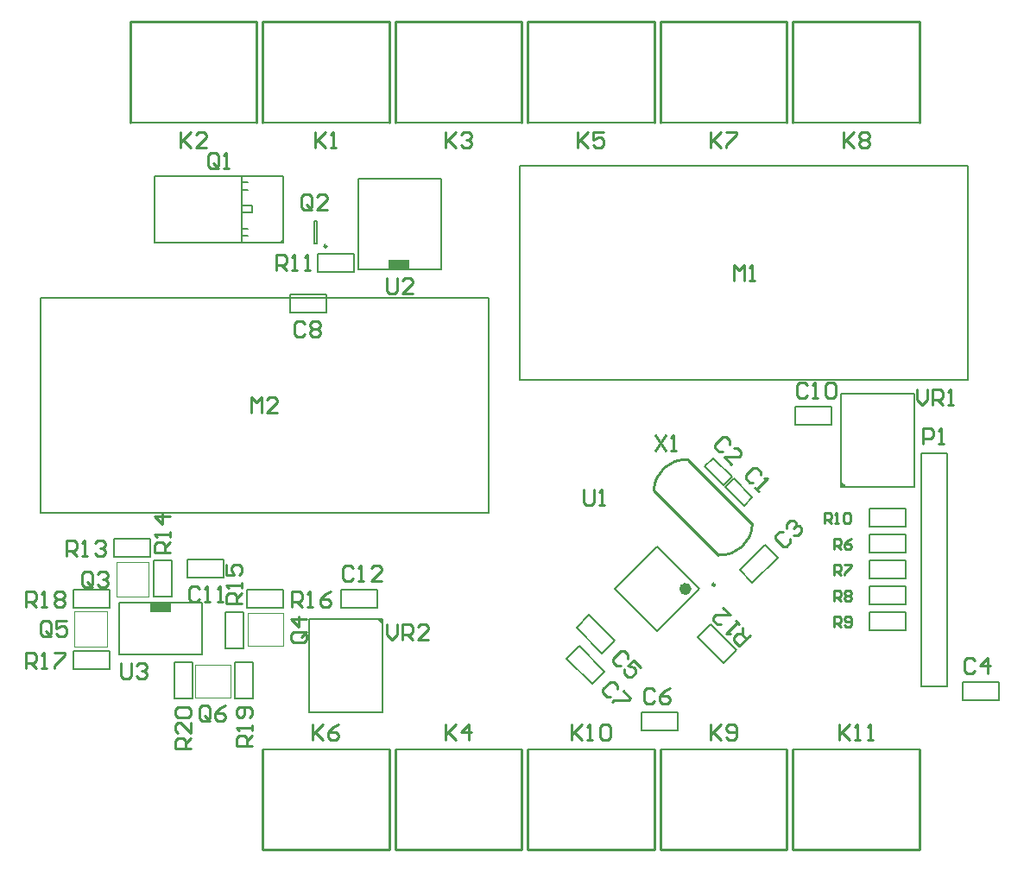
<source format=gto>
%FSLAX24Y24*%
%MOIN*%
G70*
G01*
G75*
G04 Layer_Color=65535*
%ADD10R,0.0400X0.0500*%
%ADD11R,0.0360X0.0500*%
%ADD12R,0.0360X0.0360*%
%ADD13R,0.0500X0.0400*%
%ADD14R,0.0800X0.0240*%
%ADD15O,0.0800X0.0240*%
%ADD16R,0.0500X0.0360*%
%ADD17R,0.0360X0.0360*%
%ADD18R,0.0590X0.0790*%
%ADD19R,0.1500X0.0790*%
G04:AMPARAMS|DCode=20|XSize=40mil|YSize=50mil|CornerRadius=0mil|HoleSize=0mil|Usage=FLASHONLY|Rotation=135.000|XOffset=0mil|YOffset=0mil|HoleType=Round|Shape=Rectangle|*
%AMROTATEDRECTD20*
4,1,4,0.0318,0.0035,-0.0035,-0.0318,-0.0318,-0.0035,0.0035,0.0318,0.0318,0.0035,0.0*
%
%ADD20ROTATEDRECTD20*%

%ADD21P,0.0424X4X360.0*%
G04:AMPARAMS|DCode=22|XSize=40mil|YSize=50mil|CornerRadius=0mil|HoleSize=0mil|Usage=FLASHONLY|Rotation=225.000|XOffset=0mil|YOffset=0mil|HoleType=Round|Shape=Rectangle|*
%AMROTATEDRECTD22*
4,1,4,-0.0035,0.0318,0.0318,-0.0035,0.0035,-0.0318,-0.0318,0.0035,-0.0035,0.0318,0.0*
%
%ADD22ROTATEDRECTD22*%

%ADD23O,0.1181X0.0472*%
%ADD24R,0.2559X0.2323*%
G04:AMPARAMS|DCode=25|XSize=21.7mil|YSize=65mil|CornerRadius=0mil|HoleSize=0mil|Usage=FLASHONLY|Rotation=315.000|XOffset=0mil|YOffset=0mil|HoleType=Round|Shape=Round|*
%AMOVALD25*
21,1,0.0433,0.0217,0.0000,0.0000,45.0*
1,1,0.0217,-0.0153,-0.0153*
1,1,0.0217,0.0153,0.0153*
%
%ADD25OVALD25*%

G04:AMPARAMS|DCode=26|XSize=21.7mil|YSize=65mil|CornerRadius=0mil|HoleSize=0mil|Usage=FLASHONLY|Rotation=225.000|XOffset=0mil|YOffset=0mil|HoleType=Round|Shape=Round|*
%AMOVALD26*
21,1,0.0433,0.0217,0.0000,0.0000,315.0*
1,1,0.0217,-0.0153,0.0153*
1,1,0.0217,0.0153,-0.0153*
%
%ADD26OVALD26*%

%ADD27R,0.0335X0.0157*%
%ADD28C,0.0200*%
%ADD29C,0.0400*%
%ADD30C,0.0300*%
%ADD31C,0.0600*%
%ADD32C,0.0800*%
%ADD33C,0.0150*%
%ADD34C,0.0500*%
%ADD35C,0.1500*%
%ADD36C,0.2000*%
%ADD37C,0.0100*%
%ADD38R,0.2362X0.5118*%
%ADD39R,0.4331X0.6299*%
G04:AMPARAMS|DCode=40|XSize=70mil|YSize=70mil|CornerRadius=17.5mil|HoleSize=0mil|Usage=FLASHONLY|Rotation=0.000|XOffset=0mil|YOffset=0mil|HoleType=Round|Shape=RoundedRectangle|*
%AMROUNDEDRECTD40*
21,1,0.0700,0.0350,0,0,0.0*
21,1,0.0350,0.0700,0,0,0.0*
1,1,0.0350,0.0175,-0.0175*
1,1,0.0350,-0.0175,-0.0175*
1,1,0.0350,-0.0175,0.0175*
1,1,0.0350,0.0175,0.0175*
%
%ADD40ROUNDEDRECTD40*%
%ADD41R,0.0700X0.0700*%
%ADD42C,0.1575*%
G04:AMPARAMS|DCode=43|XSize=98.4mil|YSize=98.4mil|CornerRadius=24.6mil|HoleSize=0mil|Usage=FLASHONLY|Rotation=270.000|XOffset=0mil|YOffset=0mil|HoleType=Round|Shape=RoundedRectangle|*
%AMROUNDEDRECTD43*
21,1,0.0984,0.0492,0,0,270.0*
21,1,0.0492,0.0984,0,0,270.0*
1,1,0.0492,-0.0246,-0.0246*
1,1,0.0492,-0.0246,0.0246*
1,1,0.0492,0.0246,0.0246*
1,1,0.0492,0.0246,-0.0246*
%
%ADD43ROUNDEDRECTD43*%
%ADD44C,0.0591*%
%ADD45R,0.0591X0.0591*%
%ADD46C,0.0600*%
%ADD47C,0.0500*%
%ADD48R,0.6693X0.5118*%
%ADD49C,0.0098*%
%ADD50C,0.0236*%
%ADD51C,0.0050*%
%ADD52C,0.0040*%
%ADD53C,0.0079*%
%ADD54R,0.0840X0.0380*%
D37*
X27362Y9582D02*
G03*
X28671Y10771I97J1209D01*
G01*
X26182Y13253D02*
G03*
X24872Y12064I-97J-1209D01*
G01*
X30236Y-1811D02*
X35118D01*
Y2087D01*
X30236Y-1811D02*
Y2087D01*
X20000Y-1811D02*
X24882D01*
Y2087D01*
X20000Y-1811D02*
Y2087D01*
X25118Y-1811D02*
X30000D01*
Y2087D01*
X25118Y-1811D02*
Y2087D01*
X9764Y-1811D02*
X14646D01*
Y2087D01*
X9764Y-1811D02*
Y2087D01*
X14882Y-1811D02*
X19764D01*
Y2087D01*
X14882Y-1811D02*
Y2087D01*
X25118Y30157D02*
X30000D01*
X25118Y26260D02*
Y30157D01*
X30000Y26260D02*
Y30157D01*
X20000D02*
X24882D01*
X20000Y26260D02*
Y30157D01*
X24882Y26260D02*
Y30157D01*
X14882D02*
X19764D01*
X14882Y26260D02*
Y30157D01*
X19764Y26260D02*
Y30157D01*
X4646D02*
X9528D01*
X4646Y26260D02*
Y30157D01*
X9528Y26260D02*
Y30157D01*
X9764D02*
X14646D01*
X9764Y26260D02*
Y30157D01*
X14646Y26260D02*
Y30157D01*
X30236D02*
X35118D01*
X30236Y26260D02*
Y30157D01*
X35118Y26260D02*
Y30157D01*
X26189Y13253D02*
X28671Y10771D01*
X24872Y12064D02*
X27358Y9578D01*
X2197Y9547D02*
Y10147D01*
X2497D01*
X2597Y10047D01*
Y9847D01*
X2497Y9747D01*
X2197D01*
X2397D02*
X2597Y9547D01*
X2797D02*
X2997D01*
X2897D01*
Y10147D01*
X2797Y10047D01*
X3297D02*
X3397Y10147D01*
X3597D01*
X3697Y10047D01*
Y9947D01*
X3597Y9847D01*
X3497D01*
X3597D01*
X3697Y9747D01*
Y9647D01*
X3597Y9547D01*
X3397D01*
X3297Y9647D01*
X3197Y8427D02*
Y8827D01*
X3097Y8927D01*
X2897D01*
X2797Y8827D01*
Y8427D01*
X2897Y8327D01*
X3097D01*
X2997Y8527D02*
X3197Y8327D01*
X3097D02*
X3197Y8427D01*
X3397Y8827D02*
X3497Y8927D01*
X3697D01*
X3797Y8827D01*
Y8727D01*
X3697Y8627D01*
X3597D01*
X3697D01*
X3797Y8527D01*
Y8427D01*
X3697Y8327D01*
X3497D01*
X3397Y8427D01*
X6207Y9677D02*
X5608D01*
Y9977D01*
X5708Y10077D01*
X5908D01*
X6008Y9977D01*
Y9677D01*
Y9877D02*
X6207Y10077D01*
Y10277D02*
Y10477D01*
Y10377D01*
X5608D01*
X5708Y10277D01*
X6207Y11077D02*
X5608D01*
X5908Y10777D01*
Y11177D01*
X7327Y8277D02*
X7227Y8377D01*
X7027D01*
X6927Y8277D01*
Y7877D01*
X7027Y7777D01*
X7227D01*
X7327Y7877D01*
X7527Y7777D02*
X7727D01*
X7627D01*
Y8377D01*
X7527Y8277D01*
X8027Y7777D02*
X8227D01*
X8127D01*
Y8377D01*
X8027Y8277D01*
X617Y7577D02*
Y8177D01*
X917D01*
X1017Y8077D01*
Y7877D01*
X917Y7777D01*
X617D01*
X817D02*
X1017Y7577D01*
X1217D02*
X1417D01*
X1317D01*
Y8177D01*
X1217Y8077D01*
X1717D02*
X1817Y8177D01*
X2017D01*
X2117Y8077D01*
Y7977D01*
X2017Y7877D01*
X2117Y7777D01*
Y7677D01*
X2017Y7577D01*
X1817D01*
X1717Y7677D01*
Y7777D01*
X1817Y7877D01*
X1717Y7977D01*
Y8077D01*
X1817Y7877D02*
X2017D01*
X4297Y5407D02*
Y4907D01*
X4397Y4807D01*
X4597D01*
X4697Y4907D01*
Y5407D01*
X4897Y5307D02*
X4997Y5407D01*
X5197D01*
X5297Y5307D01*
Y5207D01*
X5197Y5107D01*
X5097D01*
X5197D01*
X5297Y5007D01*
Y4907D01*
X5197Y4807D01*
X4997D01*
X4897Y4907D01*
X1587Y6527D02*
Y6927D01*
X1487Y7027D01*
X1287D01*
X1187Y6927D01*
Y6527D01*
X1287Y6427D01*
X1487D01*
X1387Y6627D02*
X1587Y6427D01*
X1487D02*
X1587Y6527D01*
X2187Y7027D02*
X1787D01*
Y6727D01*
X1987Y6827D01*
X2087D01*
X2187Y6727D01*
Y6527D01*
X2087Y6427D01*
X1887D01*
X1787Y6527D01*
X627Y5207D02*
Y5807D01*
X927D01*
X1027Y5707D01*
Y5507D01*
X927Y5407D01*
X627D01*
X827D02*
X1027Y5207D01*
X1227D02*
X1427D01*
X1327D01*
Y5807D01*
X1227Y5707D01*
X1727Y5807D02*
X2127D01*
Y5707D01*
X1727Y5307D01*
Y5207D01*
X11368Y6607D02*
X10968D01*
X10868Y6507D01*
Y6307D01*
X10968Y6207D01*
X11368D01*
X11467Y6307D01*
Y6507D01*
X11268Y6407D02*
X11467Y6607D01*
Y6507D02*
X11368Y6607D01*
X11467Y7107D02*
X10868D01*
X11168Y6807D01*
Y7207D01*
X8957Y7707D02*
X8358D01*
Y8007D01*
X8458Y8107D01*
X8658D01*
X8758Y8007D01*
Y7707D01*
Y7907D02*
X8957Y8107D01*
Y8307D02*
Y8507D01*
Y8407D01*
X8358D01*
X8458Y8307D01*
X8358Y9207D02*
Y8807D01*
X8658D01*
X8558Y9007D01*
Y9107D01*
X8658Y9207D01*
X8858D01*
X8957Y9107D01*
Y8907D01*
X8858Y8807D01*
X10877Y7577D02*
Y8177D01*
X11177D01*
X11277Y8077D01*
Y7877D01*
X11177Y7777D01*
X10877D01*
X11077D02*
X11277Y7577D01*
X11477D02*
X11677D01*
X11577D01*
Y8177D01*
X11477Y8077D01*
X12377Y8177D02*
X12177Y8077D01*
X11977Y7877D01*
Y7677D01*
X12077Y7577D01*
X12277D01*
X12377Y7677D01*
Y7777D01*
X12277Y7877D01*
X11977D01*
X7737Y3257D02*
Y3657D01*
X7637Y3757D01*
X7437D01*
X7337Y3657D01*
Y3257D01*
X7437Y3157D01*
X7637D01*
X7537Y3357D02*
X7737Y3157D01*
X7637D02*
X7737Y3257D01*
X8337Y3757D02*
X8137Y3657D01*
X7937Y3457D01*
Y3257D01*
X8037Y3157D01*
X8237D01*
X8337Y3257D01*
Y3357D01*
X8237Y3457D01*
X7937D01*
X9357Y2207D02*
X8758D01*
Y2507D01*
X8858Y2607D01*
X9058D01*
X9158Y2507D01*
Y2207D01*
Y2407D02*
X9357Y2607D01*
Y2807D02*
Y3007D01*
Y2907D01*
X8758D01*
X8858Y2807D01*
X9258Y3307D02*
X9357Y3407D01*
Y3607D01*
X9258Y3707D01*
X8858D01*
X8758Y3607D01*
Y3407D01*
X8858Y3307D01*
X8958D01*
X9058Y3407D01*
Y3707D01*
X6997Y2107D02*
X6398D01*
Y2407D01*
X6498Y2507D01*
X6698D01*
X6798Y2407D01*
Y2107D01*
Y2307D02*
X6997Y2507D01*
Y3107D02*
Y2707D01*
X6598Y3107D01*
X6498D01*
X6398Y3007D01*
Y2807D01*
X6498Y2707D01*
Y3307D02*
X6398Y3407D01*
Y3607D01*
X6498Y3707D01*
X6898D01*
X6997Y3607D01*
Y3407D01*
X6898Y3307D01*
X6498D01*
X14567Y6899D02*
Y6499D01*
X14767Y6299D01*
X14967Y6499D01*
Y6899D01*
X15167Y6299D02*
Y6899D01*
X15467D01*
X15567Y6799D01*
Y6599D01*
X15467Y6499D01*
X15167D01*
X15367D02*
X15567Y6299D01*
X16166D02*
X15767D01*
X16166Y6699D01*
Y6799D01*
X16066Y6899D01*
X15867D01*
X15767Y6799D01*
X23471Y4401D02*
Y4543D01*
X23329Y4684D01*
X23188D01*
X22905Y4401D01*
Y4260D01*
X23047Y4119D01*
X23188D01*
X23683Y4331D02*
X23966Y4048D01*
X23895Y3977D01*
X23329Y3977D01*
X23259Y3907D01*
X23865Y5583D02*
Y5724D01*
X23723Y5865D01*
X23582D01*
X23299Y5583D01*
Y5441D01*
X23440Y5300D01*
X23582D01*
X24359Y5229D02*
X24077Y5512D01*
X23865Y5300D01*
X24077Y5229D01*
X24147Y5158D01*
Y5017D01*
X24006Y4876D01*
X23865D01*
X23723Y5017D01*
Y5158D01*
X32027Y3037D02*
Y2437D01*
Y2637D01*
X32427Y3037D01*
X32127Y2737D01*
X32427Y2437D01*
X32627D02*
X32827D01*
X32727D01*
Y3037D01*
X32627Y2937D01*
X33127Y2437D02*
X33327D01*
X33227D01*
Y3037D01*
X33127Y2937D01*
X21687Y3037D02*
Y2437D01*
Y2637D01*
X22087Y3037D01*
X21787Y2737D01*
X22087Y2437D01*
X22287D02*
X22487D01*
X22387D01*
Y3037D01*
X22287Y2937D01*
X22787D02*
X22887Y3037D01*
X23087D01*
X23187Y2937D01*
Y2537D01*
X23087Y2437D01*
X22887D01*
X22787Y2537D01*
Y2937D01*
X27057Y3037D02*
Y2437D01*
Y2637D01*
X27457Y3037D01*
X27157Y2737D01*
X27457Y2437D01*
X27657Y2537D02*
X27757Y2437D01*
X27957D01*
X28057Y2537D01*
Y2937D01*
X27957Y3037D01*
X27757D01*
X27657Y2937D01*
Y2837D01*
X27757Y2737D01*
X28057D01*
X11707Y3037D02*
Y2437D01*
Y2637D01*
X12107Y3037D01*
X11807Y2737D01*
X12107Y2437D01*
X12707Y3037D02*
X12507Y2937D01*
X12307Y2737D01*
Y2537D01*
X12407Y2437D01*
X12607D01*
X12707Y2537D01*
Y2637D01*
X12607Y2737D01*
X12307D01*
X16827Y3037D02*
Y2437D01*
Y2637D01*
X17227Y3037D01*
X16927Y2737D01*
X17227Y2437D01*
X17727D02*
Y3037D01*
X17427Y2737D01*
X17827D01*
X27802Y13850D02*
Y13992D01*
X27660Y14133D01*
X27519D01*
X27236Y13850D01*
Y13709D01*
X27377Y13567D01*
X27519D01*
X27872Y13073D02*
X27589Y13355D01*
X28155D01*
X28226Y13426D01*
Y13567D01*
X28084Y13709D01*
X27943D01*
X28983Y12669D02*
Y12810D01*
X28841Y12952D01*
X28700D01*
X28417Y12669D01*
Y12528D01*
X28559Y12386D01*
X28700D01*
X28771Y12174D02*
X28912Y12033D01*
X28841Y12104D01*
X29265Y12528D01*
X29124D01*
X29851Y10479D02*
X29709D01*
X29568Y10337D01*
Y10196D01*
X29851Y9913D01*
X29992D01*
X30133Y10055D01*
Y10196D01*
X29992Y10620D02*
Y10761D01*
X30133Y10903D01*
X30275D01*
X30345Y10832D01*
Y10691D01*
X30275Y10620D01*
X30345Y10691D01*
X30487D01*
X30557Y10620D01*
Y10479D01*
X30416Y10337D01*
X30275D01*
X31814Y9817D02*
Y10217D01*
X32014D01*
X32080Y10151D01*
Y10017D01*
X32014Y9951D01*
X31814D01*
X31947D02*
X32080Y9817D01*
X32480Y10217D02*
X32347Y10151D01*
X32214Y10017D01*
Y9884D01*
X32280Y9817D01*
X32414D01*
X32480Y9884D01*
Y9951D01*
X32414Y10017D01*
X32214D01*
X31814Y8817D02*
Y9217D01*
X32014D01*
X32080Y9151D01*
Y9017D01*
X32014Y8951D01*
X31814D01*
X31947D02*
X32080Y8817D01*
X32214Y9217D02*
X32480D01*
Y9151D01*
X32214Y8884D01*
Y8817D01*
X31814Y7817D02*
Y8217D01*
X32014D01*
X32080Y8151D01*
Y8017D01*
X32014Y7951D01*
X31814D01*
X31947D02*
X32080Y7817D01*
X32214Y8151D02*
X32280Y8217D01*
X32414D01*
X32480Y8151D01*
Y8084D01*
X32414Y8017D01*
X32480Y7951D01*
Y7884D01*
X32414Y7817D01*
X32280D01*
X32214Y7884D01*
Y7951D01*
X32280Y8017D01*
X32214Y8084D01*
Y8151D01*
X32280Y8017D02*
X32414D01*
X31814Y6817D02*
Y7217D01*
X32014D01*
X32080Y7151D01*
Y7017D01*
X32014Y6951D01*
X31814D01*
X31947D02*
X32080Y6817D01*
X32214Y6884D02*
X32280Y6817D01*
X32414D01*
X32480Y6884D01*
Y7151D01*
X32414Y7217D01*
X32280D01*
X32214Y7151D01*
Y7084D01*
X32280Y7017D01*
X32480D01*
X31474Y10817D02*
Y11217D01*
X31674D01*
X31740Y11151D01*
Y11017D01*
X31674Y10951D01*
X31474D01*
X31607D02*
X31740Y10817D01*
X31874D02*
X32007D01*
X31940D01*
Y11217D01*
X31874Y11151D01*
X32207D02*
X32274Y11217D01*
X32407D01*
X32473Y11151D01*
Y10884D01*
X32407Y10817D01*
X32274D01*
X32207Y10884D01*
Y11151D01*
X35039Y15954D02*
Y15554D01*
X35239Y15354D01*
X35439Y15554D01*
Y15954D01*
X35639Y15354D02*
Y15954D01*
X35939D01*
X36039Y15854D01*
Y15654D01*
X35939Y15554D01*
X35639D01*
X35839D02*
X36039Y15354D01*
X36239D02*
X36439D01*
X36339D01*
Y15954D01*
X36239Y15854D01*
X27057Y25907D02*
Y25307D01*
Y25507D01*
X27457Y25907D01*
X27157Y25607D01*
X27457Y25307D01*
X27657Y25907D02*
X28057D01*
Y25807D01*
X27657Y25407D01*
Y25307D01*
X21937Y25907D02*
Y25307D01*
Y25507D01*
X22337Y25907D01*
X22037Y25607D01*
X22337Y25307D01*
X22937Y25907D02*
X22537D01*
Y25607D01*
X22737Y25707D01*
X22837D01*
X22937Y25607D01*
Y25407D01*
X22837Y25307D01*
X22637D01*
X22537Y25407D01*
X16827Y25907D02*
Y25307D01*
Y25507D01*
X17227Y25907D01*
X16927Y25607D01*
X17227Y25307D01*
X17427Y25807D02*
X17527Y25907D01*
X17727D01*
X17827Y25807D01*
Y25707D01*
X17727Y25607D01*
X17627D01*
X17727D01*
X17827Y25507D01*
Y25407D01*
X17727Y25307D01*
X17527D01*
X17427Y25407D01*
X6587Y25907D02*
Y25307D01*
Y25507D01*
X6987Y25907D01*
X6687Y25607D01*
X6987Y25307D01*
X7587D02*
X7187D01*
X7587Y25707D01*
Y25807D01*
X7487Y25907D01*
X7287D01*
X7187Y25807D01*
X11807Y25907D02*
Y25307D01*
Y25507D01*
X12207Y25907D01*
X11907Y25607D01*
X12207Y25307D01*
X12407D02*
X12607D01*
X12507D01*
Y25907D01*
X12407Y25807D01*
X32177Y25907D02*
Y25307D01*
Y25507D01*
X32577Y25907D01*
X32277Y25607D01*
X32577Y25307D01*
X32777Y25807D02*
X32877Y25907D01*
X33077D01*
X33177Y25807D01*
Y25707D01*
X33077Y25607D01*
X33177Y25507D01*
Y25407D01*
X33077Y25307D01*
X32877D01*
X32777Y25407D01*
Y25507D01*
X32877Y25607D01*
X32777Y25707D01*
Y25807D01*
X32877Y25607D02*
X33077D01*
X10277Y20567D02*
Y21167D01*
X10577D01*
X10677Y21067D01*
Y20867D01*
X10577Y20767D01*
X10277D01*
X10477D02*
X10677Y20567D01*
X10877D02*
X11077D01*
X10977D01*
Y21167D01*
X10877Y21067D01*
X11377Y20567D02*
X11577D01*
X11477D01*
Y21167D01*
X11377Y21067D01*
X8067Y24617D02*
Y25017D01*
X7967Y25117D01*
X7767D01*
X7667Y25017D01*
Y24617D01*
X7767Y24517D01*
X7967D01*
X7867Y24717D02*
X8067Y24517D01*
X7967D02*
X8067Y24617D01*
X8267Y24517D02*
X8467D01*
X8367D01*
Y25117D01*
X8267Y25017D01*
X11407Y18517D02*
X11307Y18617D01*
X11107D01*
X11007Y18517D01*
Y18117D01*
X11107Y18017D01*
X11307D01*
X11407Y18117D01*
X11607Y18517D02*
X11707Y18617D01*
X11907D01*
X12007Y18517D01*
Y18417D01*
X11907Y18317D01*
X12007Y18217D01*
Y18117D01*
X11907Y18017D01*
X11707D01*
X11607Y18117D01*
Y18217D01*
X11707Y18317D01*
X11607Y18417D01*
Y18517D01*
X11707Y18317D02*
X11907D01*
X14547Y20287D02*
Y19787D01*
X14647Y19687D01*
X14847D01*
X14947Y19787D01*
Y20287D01*
X15547Y19687D02*
X15147D01*
X15547Y20087D01*
Y20187D01*
X15447Y20287D01*
X15247D01*
X15147Y20187D01*
X22158Y12113D02*
Y11613D01*
X22258Y11513D01*
X22458D01*
X22558Y11613D01*
Y12113D01*
X22758Y11513D02*
X22958D01*
X22858D01*
Y12113D01*
X22758Y12013D01*
X9342Y15057D02*
Y15657D01*
X9542Y15457D01*
X9742Y15657D01*
Y15057D01*
X10341D02*
X9941D01*
X10341Y15457D01*
Y15557D01*
X10241Y15657D01*
X10041D01*
X9941Y15557D01*
X27947Y20176D02*
Y20776D01*
X28147Y20576D01*
X28347Y20776D01*
Y20176D01*
X28547D02*
X28747D01*
X28647D01*
Y20776D01*
X28547Y20676D01*
X35261Y13854D02*
Y14454D01*
X35561D01*
X35661Y14354D01*
Y14154D01*
X35561Y14054D01*
X35261D01*
X35861Y13854D02*
X36061D01*
X35961D01*
Y14454D01*
X35861Y14354D01*
X11647Y22997D02*
Y23397D01*
X11547Y23497D01*
X11347D01*
X11247Y23397D01*
Y22997D01*
X11347Y22897D01*
X11547D01*
X11447Y23097D02*
X11647Y22897D01*
X11547D02*
X11647Y22997D01*
X12247Y22897D02*
X11847D01*
X12247Y23297D01*
Y23397D01*
X12147Y23497D01*
X11947D01*
X11847Y23397D01*
X28587Y6478D02*
X28163Y6054D01*
X27951Y6266D01*
Y6407D01*
X28093Y6549D01*
X28234D01*
X28446Y6337D01*
X28305Y6478D02*
Y6761D01*
X28163Y6902D02*
X28022Y7043D01*
X28093Y6973D01*
X27668Y6549D01*
X27810D01*
X27527Y7538D02*
X27810Y7256D01*
X27244D01*
X27174Y7185D01*
Y7043D01*
X27315Y6902D01*
X27456D01*
X24927Y14204D02*
X25327Y13604D01*
Y14204D02*
X24927Y13604D01*
X25527D02*
X25727D01*
X25627D01*
Y14204D01*
X25527Y14104D01*
X37267Y5507D02*
X37167Y5607D01*
X36967D01*
X36867Y5507D01*
Y5107D01*
X36967Y5007D01*
X37167D01*
X37267Y5107D01*
X37767Y5007D02*
Y5607D01*
X37467Y5307D01*
X37867D01*
X24878Y4324D02*
X24778Y4424D01*
X24578D01*
X24478Y4324D01*
Y3925D01*
X24578Y3825D01*
X24778D01*
X24878Y3925D01*
X25478Y4424D02*
X25278Y4324D01*
X25078Y4125D01*
Y3925D01*
X25178Y3825D01*
X25378D01*
X25478Y3925D01*
Y4025D01*
X25378Y4125D01*
X25078D01*
X30784Y16135D02*
X30684Y16235D01*
X30484D01*
X30384Y16135D01*
Y15736D01*
X30484Y15636D01*
X30684D01*
X30784Y15736D01*
X30983Y15636D02*
X31183D01*
X31083D01*
Y16235D01*
X30983Y16135D01*
X31483D02*
X31583Y16235D01*
X31783D01*
X31883Y16135D01*
Y15736D01*
X31783Y15636D01*
X31583D01*
X31483Y15736D01*
Y16135D01*
X13253Y9054D02*
X13153Y9154D01*
X12953D01*
X12853Y9054D01*
Y8654D01*
X12953Y8554D01*
X13153D01*
X13253Y8654D01*
X13453Y8554D02*
X13653D01*
X13553D01*
Y9154D01*
X13453Y9054D01*
X14353Y8554D02*
X13953D01*
X14353Y8954D01*
Y9054D01*
X14253Y9154D01*
X14053D01*
X13953Y9054D01*
D49*
X27228Y8428D02*
G03*
X27228Y8428I-49J0D01*
G01*
X12234Y21496D02*
G03*
X12234Y21496I-49J0D01*
G01*
D50*
X26204Y8268D02*
G03*
X26204Y8268I-118J0D01*
G01*
D51*
X4018Y10193D02*
X5418D01*
X4018Y9493D02*
X5418Y9493D01*
Y10193D01*
X4018Y9493D02*
X4018Y10193D01*
X5556Y7955D02*
Y9355D01*
X6256D02*
X6256Y7955D01*
X5556Y9355D02*
X6256D01*
X5556Y7955D02*
X6256Y7955D01*
X6874Y8705D02*
X6874Y9405D01*
X8274Y8705D02*
Y9405D01*
X6874Y8705D02*
X8274Y8705D01*
X6874Y9405D02*
X8274D01*
X2443Y8224D02*
X3843D01*
X2443Y7524D02*
X3843Y7524D01*
Y8224D01*
X2443Y7524D02*
X2443Y8224D01*
X4224Y7730D02*
X7424D01*
Y5730D02*
Y7730D01*
X4224Y5730D02*
X7424D01*
X4224D02*
Y7730D01*
X2456Y5162D02*
X3856D01*
X2456Y5862D02*
X3856Y5862D01*
X2456Y5162D02*
Y5862D01*
X3856Y5162D02*
X3856Y5862D01*
X8311Y5987D02*
Y7387D01*
X9011D02*
X9011Y5987D01*
X8311Y7387D02*
X9011D01*
X8311Y5987D02*
X9011Y5987D01*
X9149Y7524D02*
X10549D01*
X9149Y8224D02*
X10549Y8224D01*
X9149Y7524D02*
Y8224D01*
X10549Y7524D02*
X10549Y8224D01*
X9405Y4031D02*
Y5431D01*
X8705Y5431D02*
X8705Y4031D01*
X9405D01*
X8705Y5431D02*
X9405Y5431D01*
X7043Y4031D02*
Y5431D01*
X6343Y5431D02*
X6343Y4031D01*
X7043D01*
X6343Y5431D02*
X7043Y5431D01*
X11562Y3512D02*
Y7112D01*
Y3512D02*
X12992D01*
X11562Y7112D02*
X12982D01*
Y7122D01*
X14402Y3512D02*
Y7112D01*
X12972Y3512D02*
X14402D01*
X12982Y7112D02*
X14402D01*
X12982D02*
Y7122D01*
X14242Y7102D02*
X14402Y6942D01*
X14242Y7102D02*
X14282D01*
X14292D01*
X14402Y6992D01*
Y7042D01*
X14342Y7102D02*
X14402Y7042D01*
X14332Y7102D02*
X14342D01*
X21486Y5578D02*
X21981Y6073D01*
X22476Y4588D02*
X22971Y5083D01*
X21486Y5578D02*
X22476Y4588D01*
X21981Y6073D02*
X22971Y5083D01*
X21880Y6759D02*
X22375Y7254D01*
X22870Y5769D02*
X23365Y6264D01*
X21880Y6759D02*
X22870Y5769D01*
X22375Y7254D02*
X23365Y6264D01*
X26840Y12992D02*
X27165Y13317D01*
X27554Y12278D02*
X27880Y12603D01*
X26840Y12992D02*
X27554Y12278D01*
X27165Y13317D02*
X27880Y12603D01*
X28346Y11486D02*
X28672Y11811D01*
X27632Y12200D02*
X27958Y12525D01*
X28672Y11811D01*
X27632Y12200D02*
X28346Y11486D01*
X28179Y8989D02*
X28674Y8494D01*
X29169Y9979D02*
X29664Y9484D01*
X28674Y8494D02*
X29664Y9484D01*
X28179Y8989D02*
X29169Y9979D01*
X33195Y10363D02*
X34595D01*
X33195Y9663D02*
X34595Y9663D01*
Y10363D01*
X33195Y9663D02*
X33195Y10363D01*
Y9363D02*
X34595D01*
X33195Y8663D02*
X34595Y8663D01*
Y9363D01*
X33195Y8663D02*
X33195Y9363D01*
Y8363D02*
X34595D01*
X33195Y7663D02*
X34595Y7663D01*
Y8363D01*
X33195Y7663D02*
X33195Y8363D01*
Y7363D02*
X34595D01*
X33195Y6663D02*
X34595Y6663D01*
Y7363D01*
X33195Y6663D02*
X33195Y7363D01*
Y11363D02*
X34595D01*
X33195Y10663D02*
X34595Y10663D01*
Y11363D01*
X33195Y10663D02*
X33195Y11363D01*
X34925Y12213D02*
Y15813D01*
X33495D02*
X34925D01*
X33505Y12213D02*
X34925D01*
X33505Y12203D02*
Y12213D01*
X32085D02*
Y15813D01*
X33515D01*
X32085Y12213D02*
X33505D01*
Y12203D02*
Y12213D01*
X32085Y12383D02*
X32245Y12223D01*
X32205D02*
X32245D01*
X32195D02*
X32205D01*
X32085Y12333D02*
X32195Y12223D01*
X32085Y12283D02*
Y12333D01*
Y12283D02*
X32145Y12223D01*
X32155D01*
X11905Y20516D02*
X13305D01*
X11905Y21216D02*
X13305Y21216D01*
X11905Y20516D02*
Y21216D01*
X13305Y20516D02*
X13305Y21216D01*
X10443Y21647D02*
X10543Y21747D01*
X5593Y21647D02*
Y24197D01*
Y21647D02*
X10543D01*
Y24197D01*
X5593D02*
X10543D01*
X8967Y21909D02*
X9193D01*
X8967Y22185D02*
X9193D01*
X8967Y21673D02*
Y24193D01*
Y23957D02*
X9193D01*
X8967Y23681D02*
X9193D01*
X8967Y23071D02*
X9360D01*
X8967Y22795D02*
X9360D01*
Y23071D01*
X8967Y21909D02*
X9193D01*
X8967Y22185D02*
X9193D01*
X10811Y18941D02*
X10811Y19641D01*
X12211Y18941D02*
Y19641D01*
X10811Y18941D02*
X12211Y18941D01*
X10811Y19641D02*
X12211D01*
X16643Y20616D02*
Y24116D01*
X13443D02*
X16643D01*
X13443Y20616D02*
Y24116D01*
Y20616D02*
X16643D01*
X27057Y6903D02*
X28047Y5913D01*
X26562Y6408D02*
X27552Y5418D01*
X28047Y5913D01*
X26562Y6408D02*
X27057Y6903D01*
X12780Y7524D02*
X12780Y8224D01*
X14180Y7524D02*
Y8224D01*
X12780Y7524D02*
X14180Y7524D01*
X12780Y8224D02*
X14180D01*
X31709Y14611D02*
X31709Y15311D01*
X30309Y14611D02*
Y15311D01*
X31709Y15311D01*
X30309Y14611D02*
X31709D01*
X25803Y2800D02*
X25803Y3500D01*
X24403Y2800D02*
Y3500D01*
X25803Y3500D01*
X24403Y2800D02*
X25803D01*
X36795Y3981D02*
X36795Y4681D01*
X38195Y3981D02*
Y4681D01*
X36795Y3981D02*
X38195Y3981D01*
X36795Y4681D02*
X38195D01*
D52*
X5228Y9304D02*
X5238D01*
X5368Y9144D02*
Y9164D01*
Y9154D02*
Y9304D01*
X5268D02*
X5368D01*
X4118Y7954D02*
X5368D01*
Y9304D01*
X4118D02*
X5368D01*
X4118Y7954D02*
Y9304D01*
X2636Y6050D02*
X2646D01*
X2506Y6190D02*
Y6210D01*
Y6050D02*
Y6200D01*
Y6050D02*
X2606D01*
X2506Y7400D02*
X3756D01*
X2506Y6050D02*
Y7400D01*
Y6050D02*
X3756D01*
Y7400D01*
X9200Y7197D02*
Y7207D01*
X9340Y7337D02*
X9360D01*
X9200D02*
X9350D01*
X9200Y7237D02*
Y7337D01*
X10550Y6087D02*
Y7337D01*
X9200D02*
X10550D01*
X9200Y6087D02*
Y7337D01*
Y6087D02*
X10550D01*
X8517Y4211D02*
Y4221D01*
X8357Y4081D02*
X8377D01*
X8367D02*
X8517D01*
Y4181D01*
X7167Y4081D02*
Y5331D01*
Y4081D02*
X8517D01*
Y5331D01*
X7167D02*
X8517D01*
D53*
X30236Y2087D02*
X35118D01*
X20000D02*
X24882D01*
X25118D02*
X30000D01*
X9764D02*
X14646D01*
X14882D02*
X19764D01*
X25118Y26260D02*
X30000D01*
X20000D02*
X24882D01*
X14882D02*
X19764D01*
X4646D02*
X9528D01*
X9764D02*
X14646D01*
X30236D02*
X35118D01*
X25000Y9910D02*
X26642Y8268D01*
X23358D02*
X25000Y6625D01*
X26642Y8268D01*
X23358D02*
X25000Y9910D01*
X19685Y24606D02*
X37008D01*
X19685Y16339D02*
Y24606D01*
Y16339D02*
X37008D01*
Y24606D01*
X1181Y11220D02*
X18504D01*
Y19488D01*
X1181D02*
X18504D01*
X1181Y11220D02*
Y19488D01*
X36195Y4513D02*
Y13513D01*
X35195D02*
X36195D01*
X35195Y4513D02*
Y13513D01*
Y4513D02*
X36195D01*
X11752Y21614D02*
X11870D01*
X11752Y22480D02*
X11870D01*
Y21614D02*
Y22480D01*
X11752Y21614D02*
Y22480D01*
D54*
X5825Y7540D02*
D03*
X15042Y20796D02*
D03*
M02*

</source>
